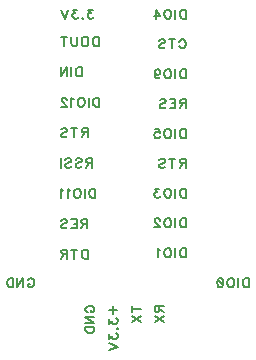
<source format=gbo>
G04 DipTrace 3.2.0.1*
G04 xbee_jst_opl.gbo*
%MOIN*%
G04 #@! TF.FileFunction,Legend,Bot*
G04 #@! TF.Part,Single*
%ADD47C,0.007*%
%FSLAX26Y26*%
G04*
G70*
G90*
G75*
G01*
G04 BotSilk*
%LPD*%
X818526Y1685809D2*
D47*
X802774D1*
X811363Y1674335D1*
X807052D1*
X804200Y1672909D1*
X802774Y1671483D1*
X801315Y1667172D1*
Y1664320D1*
X802774Y1660009D1*
X805626Y1657124D1*
X809937Y1655698D1*
X814248D1*
X818526Y1657124D1*
X819952Y1658583D1*
X821411Y1661435D1*
X785889Y1658583D2*
X787315Y1657124D1*
X785889Y1655698D1*
X784430Y1657124D1*
X785889Y1658583D1*
X767545Y1685809D2*
X751793D1*
X760382Y1674335D1*
X756071D1*
X753219Y1672909D1*
X751793Y1671483D1*
X750334Y1667172D1*
Y1664320D1*
X751793Y1660009D1*
X754645Y1657124D1*
X758956Y1655698D1*
X763267D1*
X767545Y1657124D1*
X768971Y1658583D1*
X770430Y1661435D1*
X736334Y1685842D2*
X724860Y1655698D1*
X713386Y1685842D1*
X838622Y1594591D2*
Y1564447D1*
X828574D1*
X824263Y1565906D1*
X821378Y1568758D1*
X819952Y1571643D1*
X818526Y1575921D1*
Y1583117D1*
X819952Y1587428D1*
X821378Y1590280D1*
X824263Y1593165D1*
X828574Y1594591D1*
X838622D1*
X795904D2*
X798789Y1593165D1*
X801641Y1590280D1*
X803100Y1587428D1*
X804526Y1583117D1*
Y1575921D1*
X803100Y1571643D1*
X801641Y1568758D1*
X798789Y1565906D1*
X795904Y1564447D1*
X790167D1*
X787315Y1565906D1*
X784430Y1568758D1*
X783004Y1571643D1*
X781578Y1575921D1*
Y1583117D1*
X783004Y1587428D1*
X784430Y1590280D1*
X787315Y1593165D1*
X790167Y1594591D1*
X795904D1*
X767578D2*
Y1573069D1*
X766152Y1568758D1*
X763267Y1565906D1*
X758956Y1564447D1*
X756104D1*
X751793Y1565906D1*
X748908Y1568758D1*
X747482Y1573069D1*
Y1594591D1*
X723434D2*
Y1564447D1*
X733482Y1594591D2*
X713386D1*
X781578Y1493342D2*
Y1463198D1*
X771530D1*
X767219Y1464657D1*
X764334Y1467509D1*
X762908Y1470394D1*
X761482Y1474672D1*
Y1481868D1*
X762908Y1486179D1*
X764334Y1489031D1*
X767219Y1491916D1*
X771530Y1493342D1*
X781578D1*
X747482D2*
Y1463198D1*
X713386Y1493342D2*
Y1463198D1*
X733482Y1493342D1*
Y1463198D1*
X839722Y1392091D2*
Y1361947D1*
X829674D1*
X825363Y1363406D1*
X822478Y1366258D1*
X821052Y1369143D1*
X819626Y1373421D1*
Y1380617D1*
X821052Y1384928D1*
X822478Y1387780D1*
X825363Y1390665D1*
X829674Y1392091D1*
X839722D1*
X805626D2*
Y1361947D1*
X783004Y1392091D2*
X785889Y1390665D1*
X788741Y1387780D1*
X790200Y1384928D1*
X791626Y1380617D1*
Y1373421D1*
X790200Y1369143D1*
X788741Y1366258D1*
X785889Y1363406D1*
X783004Y1361947D1*
X777267D1*
X774415Y1363406D1*
X771530Y1366258D1*
X770104Y1369143D1*
X768678Y1373421D1*
Y1380617D1*
X770104Y1384928D1*
X771530Y1387780D1*
X774415Y1390665D1*
X777267Y1392091D1*
X783004D1*
X754678Y1386321D2*
X751793Y1387780D1*
X747482Y1392058D1*
Y1361947D1*
X732023Y1384895D2*
Y1386321D1*
X730597Y1389206D1*
X729171Y1390632D1*
X726286Y1392058D1*
X720549D1*
X717697Y1390632D1*
X716271Y1389206D1*
X714812Y1386321D1*
Y1383469D1*
X716271Y1380584D1*
X719123Y1376306D1*
X733482Y1361947D1*
X713386D1*
X801674Y1276483D2*
X788774D1*
X784463Y1277942D1*
X783004Y1279368D1*
X781578Y1282220D1*
Y1285105D1*
X783004Y1287957D1*
X784463Y1289416D1*
X788774Y1290842D1*
X801674D1*
Y1260698D1*
X791626Y1276483D2*
X781578Y1260698D1*
X757530Y1290842D2*
Y1260698D1*
X767578Y1290842D2*
X747482D1*
X713386Y1286531D2*
X716238Y1289416D1*
X720549Y1290842D1*
X726286D1*
X730597Y1289416D1*
X733482Y1286531D1*
Y1283679D1*
X732023Y1280794D1*
X730597Y1279368D1*
X727745Y1277942D1*
X719123Y1275057D1*
X716238Y1273631D1*
X714812Y1272172D1*
X713386Y1269320D1*
Y1265009D1*
X716238Y1262157D1*
X720549Y1260698D1*
X726286D1*
X730597Y1262157D1*
X733482Y1265009D1*
X815674Y1175232D2*
X802774D1*
X798463Y1176691D1*
X797004Y1178117D1*
X795578Y1180969D1*
Y1183854D1*
X797004Y1186706D1*
X798463Y1188165D1*
X802774Y1189591D1*
X815674D1*
Y1159447D1*
X805626Y1175232D2*
X795578Y1159447D1*
X761482Y1185280D2*
X764334Y1188165D1*
X768645Y1189591D1*
X774382D1*
X778693Y1188165D1*
X781578Y1185280D1*
Y1182428D1*
X780119Y1179543D1*
X778693Y1178117D1*
X775841Y1176691D1*
X767219Y1173806D1*
X764334Y1172380D1*
X762908Y1170921D1*
X761482Y1168069D1*
Y1163758D1*
X764334Y1160906D1*
X768645Y1159447D1*
X774382D1*
X778693Y1160906D1*
X781578Y1163758D1*
X727386Y1185280D2*
X730238Y1188165D1*
X734549Y1189591D1*
X740286D1*
X744597Y1188165D1*
X747482Y1185280D1*
Y1182428D1*
X746023Y1179543D1*
X744597Y1178117D1*
X741745Y1176691D1*
X733123Y1173806D1*
X730238Y1172380D1*
X728812Y1170921D1*
X727386Y1168069D1*
Y1163758D1*
X730238Y1160906D1*
X734549Y1159447D1*
X740286D1*
X744597Y1160906D1*
X747482Y1163758D1*
X713386Y1189591D2*
Y1159447D1*
X826822Y1088342D2*
Y1058198D1*
X816774D1*
X812463Y1059657D1*
X809578Y1062509D1*
X808152Y1065394D1*
X806726Y1069672D1*
Y1076868D1*
X808152Y1081179D1*
X809578Y1084031D1*
X812463Y1086916D1*
X816774Y1088342D1*
X826822D1*
X792726D2*
Y1058198D1*
X770104Y1088342D2*
X772989Y1086916D1*
X775841Y1084031D1*
X777300Y1081179D1*
X778726Y1076868D1*
Y1069672D1*
X777300Y1065394D1*
X775841Y1062509D1*
X772989Y1059657D1*
X770104Y1058198D1*
X764367D1*
X761515Y1059657D1*
X758630Y1062509D1*
X757204Y1065394D1*
X755778Y1069672D1*
Y1076868D1*
X757204Y1081179D1*
X758630Y1084031D1*
X761515Y1086916D1*
X764367Y1088342D1*
X770104D1*
X741778Y1082572D2*
X738893Y1084031D1*
X734582Y1088309D1*
Y1058198D1*
X720582Y1082572D2*
X717697Y1084031D1*
X713386Y1088309D1*
Y1058198D1*
X800215Y972732D2*
X787315D1*
X783004Y974191D1*
X781545Y975617D1*
X780119Y978469D1*
Y981354D1*
X781545Y984206D1*
X783004Y985665D1*
X787315Y987091D1*
X800215D1*
Y956947D1*
X790167Y972732D2*
X780119Y956947D1*
X747482Y987091D2*
X766119D1*
Y956947D1*
X747482D1*
X766119Y972732D2*
X754645D1*
X713386Y982780D2*
X716238Y985665D1*
X720549Y987091D1*
X726286D1*
X730597Y985665D1*
X733482Y982780D1*
Y979928D1*
X732023Y977043D1*
X730597Y975617D1*
X727745Y974191D1*
X719123Y971306D1*
X716238Y969880D1*
X714812Y968421D1*
X713386Y965569D1*
Y961258D1*
X716238Y958406D1*
X720549Y956947D1*
X726286D1*
X730597Y958406D1*
X733482Y961258D1*
X801674Y885842D2*
Y855698D1*
X791626D1*
X787315Y857157D1*
X784430Y860009D1*
X783004Y862894D1*
X781578Y867172D1*
Y874368D1*
X783004Y878679D1*
X784430Y881531D1*
X787315Y884416D1*
X791626Y885842D1*
X801674D1*
X757530D2*
Y855698D1*
X767578Y885842D2*
X747482D1*
X733482Y871483D2*
X720582D1*
X716271Y872942D1*
X714812Y874368D1*
X713386Y877220D1*
Y880105D1*
X714812Y882957D1*
X716271Y884416D1*
X720582Y885842D1*
X733482D1*
Y855698D1*
X723434Y871483D2*
X713386Y855698D1*
X601578Y783679D2*
X603004Y786531D1*
X605889Y789416D1*
X608741Y790842D1*
X614478D1*
X617363Y789416D1*
X620215Y786531D1*
X621674Y783679D1*
X623100Y779368D1*
Y772172D1*
X621674Y767894D1*
X620215Y765009D1*
X617363Y762157D1*
X614478Y760698D1*
X608741D1*
X605889Y762157D1*
X603004Y765009D1*
X601578Y767894D1*
Y772172D1*
X608741D1*
X567482Y790842D2*
Y760698D1*
X587578Y790842D1*
Y760698D1*
X553482Y790842D2*
Y760698D1*
X543434D1*
X539123Y762157D1*
X536238Y765009D1*
X534812Y767894D1*
X533386Y772172D1*
Y779368D1*
X534812Y783679D1*
X536238Y786531D1*
X539123Y789416D1*
X543434Y790842D1*
X553482D1*
X1128525Y1685842D2*
Y1655698D1*
X1118477D1*
X1114166Y1657157D1*
X1111281Y1660009D1*
X1109855Y1662894D1*
X1108429Y1667172D1*
Y1674368D1*
X1109855Y1678679D1*
X1111281Y1681531D1*
X1114166Y1684416D1*
X1118477Y1685842D1*
X1128525D1*
X1094429D2*
Y1655698D1*
X1071807Y1685842D2*
X1074692Y1684416D1*
X1077544Y1681531D1*
X1079003Y1678679D1*
X1080429Y1674368D1*
Y1667172D1*
X1079003Y1662894D1*
X1077544Y1660009D1*
X1074692Y1657157D1*
X1071807Y1655698D1*
X1066070D1*
X1063218Y1657157D1*
X1060333Y1660009D1*
X1058907Y1662894D1*
X1057481Y1667172D1*
Y1674368D1*
X1058907Y1678679D1*
X1060333Y1681531D1*
X1063218Y1684416D1*
X1066070Y1685842D1*
X1071807D1*
X1029122Y1655698D2*
Y1685809D1*
X1043481Y1665746D1*
X1021960D1*
X1107005Y1579234D2*
X1108431Y1582086D1*
X1111316Y1584971D1*
X1114167Y1586397D1*
X1119904D1*
X1122790Y1584971D1*
X1125641Y1582086D1*
X1127101Y1579234D1*
X1128527Y1574923D1*
Y1567727D1*
X1127101Y1563449D1*
X1125641Y1560564D1*
X1122790Y1557712D1*
X1119904Y1556253D1*
X1114167D1*
X1111316Y1557712D1*
X1108431Y1560564D1*
X1107005Y1563449D1*
X1082957Y1586397D2*
Y1556253D1*
X1093005Y1586397D2*
X1072909D1*
X1038813Y1582086D2*
X1041664Y1584971D1*
X1045975Y1586397D1*
X1051712D1*
X1056023Y1584971D1*
X1058909Y1582086D1*
Y1579234D1*
X1057449Y1576349D1*
X1056023Y1574923D1*
X1053172Y1573497D1*
X1044550Y1570612D1*
X1041664Y1569186D1*
X1040239Y1567727D1*
X1038813Y1564875D1*
Y1560564D1*
X1041664Y1557712D1*
X1045975Y1556253D1*
X1051712D1*
X1056023Y1557712D1*
X1058909Y1560564D1*
X1128527Y1486953D2*
Y1456809D1*
X1118479D1*
X1114167Y1458268D1*
X1111282Y1461120D1*
X1109856Y1464005D1*
X1108431Y1468283D1*
Y1475479D1*
X1109856Y1479790D1*
X1111282Y1482642D1*
X1114167Y1485527D1*
X1118479Y1486953D1*
X1128527D1*
X1094431D2*
Y1456809D1*
X1071808Y1486953D2*
X1074694Y1485527D1*
X1077545Y1482642D1*
X1079005Y1479790D1*
X1080431Y1475479D1*
Y1468283D1*
X1079005Y1464005D1*
X1077545Y1461120D1*
X1074694Y1458268D1*
X1071808Y1456809D1*
X1066071D1*
X1063220Y1458268D1*
X1060335Y1461120D1*
X1058909Y1464005D1*
X1057483Y1468283D1*
Y1475479D1*
X1058909Y1479790D1*
X1060335Y1482642D1*
X1063220Y1485527D1*
X1066071Y1486953D1*
X1071808D1*
X1024813Y1476905D2*
X1026272Y1472594D1*
X1029124Y1469709D1*
X1033435Y1468283D1*
X1034861D1*
X1039172Y1469709D1*
X1042023Y1472594D1*
X1043483Y1476905D1*
Y1478331D1*
X1042023Y1482642D1*
X1039172Y1485494D1*
X1034861Y1486920D1*
X1033435D1*
X1029124Y1485494D1*
X1026272Y1482642D1*
X1024813Y1476905D1*
Y1469709D1*
X1026272Y1462546D1*
X1029124Y1458235D1*
X1033435Y1456809D1*
X1036287D1*
X1040598Y1458235D1*
X1042023Y1461120D1*
X1128526Y1373149D2*
X1115626D1*
X1111315Y1374608D1*
X1109856Y1376034D1*
X1108430Y1378886D1*
Y1381771D1*
X1109856Y1384623D1*
X1111315Y1386082D1*
X1115626Y1387508D1*
X1128526D1*
Y1357364D1*
X1118478Y1373149D2*
X1108430Y1357364D1*
X1075793Y1387508D2*
X1094430D1*
Y1357364D1*
X1075793D1*
X1094430Y1373149D2*
X1082956D1*
X1041697Y1383197D2*
X1044549Y1386082D1*
X1048860Y1387508D1*
X1054597D1*
X1058908Y1386082D1*
X1061793Y1383197D1*
Y1380345D1*
X1060334Y1377460D1*
X1058908Y1376034D1*
X1056056Y1374608D1*
X1047434Y1371723D1*
X1044549Y1370297D1*
X1043123Y1368838D1*
X1041697Y1365986D1*
Y1361675D1*
X1044549Y1358823D1*
X1048860Y1357364D1*
X1054597D1*
X1058908Y1358823D1*
X1061793Y1361675D1*
X1128526Y1288063D2*
Y1257919D1*
X1118478D1*
X1114167Y1259379D1*
X1111282Y1262230D1*
X1109856Y1265116D1*
X1108430Y1269393D1*
Y1276590D1*
X1109856Y1280901D1*
X1111282Y1283752D1*
X1114167Y1286638D1*
X1118478Y1288063D1*
X1128526D1*
X1094430D2*
Y1257919D1*
X1071808Y1288063D2*
X1074693Y1286638D1*
X1077545Y1283752D1*
X1079004Y1280901D1*
X1080430Y1276590D1*
Y1269393D1*
X1079004Y1265116D1*
X1077545Y1262230D1*
X1074693Y1259379D1*
X1071808Y1257919D1*
X1066071D1*
X1063219Y1259379D1*
X1060334Y1262230D1*
X1058908Y1265116D1*
X1057482Y1269393D1*
Y1276590D1*
X1058908Y1280901D1*
X1060334Y1283752D1*
X1063219Y1286638D1*
X1066071Y1288063D1*
X1071808D1*
X1026271Y1288030D2*
X1040597D1*
X1042023Y1275130D1*
X1040597Y1276556D1*
X1036286Y1278015D1*
X1032008D1*
X1027697Y1276556D1*
X1024812Y1273704D1*
X1023386Y1269393D1*
Y1266542D1*
X1024812Y1262230D1*
X1027697Y1259345D1*
X1032008Y1257919D1*
X1036286D1*
X1040597Y1259345D1*
X1042023Y1260805D1*
X1043482Y1263656D1*
X1128526Y1174261D2*
X1115626D1*
X1111315Y1175720D1*
X1109856Y1177146D1*
X1108430Y1179998D1*
Y1182883D1*
X1109856Y1185735D1*
X1111315Y1187194D1*
X1115626Y1188620D1*
X1128526D1*
Y1158476D1*
X1118478Y1174261D2*
X1108430Y1158476D1*
X1084382Y1188620D2*
Y1158476D1*
X1094430Y1188620D2*
X1074334D1*
X1040238Y1184309D2*
X1043090Y1187194D1*
X1047401Y1188620D1*
X1053138D1*
X1057449Y1187194D1*
X1060334Y1184309D1*
Y1181457D1*
X1058875Y1178572D1*
X1057449Y1177146D1*
X1054597Y1175720D1*
X1045975Y1172835D1*
X1043090Y1171409D1*
X1041664Y1169950D1*
X1040238Y1167098D1*
Y1162787D1*
X1043090Y1159935D1*
X1047401Y1158476D1*
X1053138D1*
X1057449Y1159935D1*
X1060334Y1162787D1*
X1128526Y1089175D2*
Y1059031D1*
X1118478D1*
X1114167Y1060490D1*
X1111282Y1063342D1*
X1109856Y1066227D1*
X1108430Y1070505D1*
Y1077701D1*
X1109856Y1082012D1*
X1111282Y1084864D1*
X1114167Y1087749D1*
X1118478Y1089175D1*
X1128526D1*
X1094430D2*
Y1059031D1*
X1071808Y1089175D2*
X1074693Y1087749D1*
X1077545Y1084864D1*
X1079004Y1082012D1*
X1080430Y1077701D1*
Y1070505D1*
X1079004Y1066227D1*
X1077545Y1063342D1*
X1074693Y1060490D1*
X1071808Y1059031D1*
X1066071D1*
X1063219Y1060490D1*
X1060334Y1063342D1*
X1058908Y1066227D1*
X1057482Y1070505D1*
Y1077701D1*
X1058908Y1082012D1*
X1060334Y1084864D1*
X1063219Y1087749D1*
X1066071Y1089175D1*
X1071808D1*
X1040597Y1089142D2*
X1024845D1*
X1033434Y1077668D1*
X1029123D1*
X1026271Y1076242D1*
X1024845Y1074816D1*
X1023386Y1070505D1*
Y1067653D1*
X1024845Y1063342D1*
X1027697Y1060457D1*
X1032008Y1059031D1*
X1036319D1*
X1040597Y1060457D1*
X1042023Y1061916D1*
X1043482Y1064768D1*
X1128526Y989730D2*
Y959586D1*
X1118478D1*
X1114167Y961045D1*
X1111282Y963897D1*
X1109856Y966782D1*
X1108430Y971060D1*
Y978256D1*
X1109856Y982567D1*
X1111282Y985419D1*
X1114167Y988304D1*
X1118478Y989730D1*
X1128526D1*
X1094430D2*
Y959586D1*
X1071808Y989730D2*
X1074693Y988304D1*
X1077545Y985419D1*
X1079004Y982567D1*
X1080430Y978256D1*
Y971060D1*
X1079004Y966782D1*
X1077545Y963897D1*
X1074693Y961045D1*
X1071808Y959586D1*
X1066071D1*
X1063219Y961045D1*
X1060334Y963897D1*
X1058908Y966782D1*
X1057482Y971060D1*
Y978256D1*
X1058908Y982567D1*
X1060334Y985419D1*
X1063219Y988304D1*
X1066071Y989730D1*
X1071808D1*
X1042023Y982534D2*
Y983960D1*
X1040597Y986845D1*
X1039171Y988271D1*
X1036286Y989697D1*
X1030549D1*
X1027697Y988271D1*
X1026271Y986845D1*
X1024812Y983960D1*
Y981108D1*
X1026271Y978223D1*
X1029123Y973945D1*
X1043482Y959586D1*
X1023386D1*
X1128526Y890287D2*
Y860143D1*
X1118478D1*
X1114167Y861602D1*
X1111282Y864454D1*
X1109856Y867339D1*
X1108430Y871617D1*
Y878813D1*
X1109856Y883124D1*
X1111282Y885976D1*
X1114167Y888861D1*
X1118478Y890287D1*
X1128526D1*
X1094430D2*
Y860143D1*
X1071808Y890287D2*
X1074693Y888861D1*
X1077545Y885976D1*
X1079004Y883124D1*
X1080430Y878813D1*
Y871617D1*
X1079004Y867339D1*
X1077545Y864454D1*
X1074693Y861602D1*
X1071808Y860143D1*
X1066071D1*
X1063219Y861602D1*
X1060334Y864454D1*
X1058908Y867339D1*
X1057482Y871617D1*
Y878813D1*
X1058908Y883124D1*
X1060334Y885976D1*
X1063219Y888861D1*
X1066071Y890287D1*
X1071808D1*
X1043482Y884516D2*
X1040597Y885976D1*
X1036286Y890253D1*
Y860143D1*
X1338526Y790842D2*
Y760698D1*
X1328478D1*
X1324167Y762157D1*
X1321282Y765009D1*
X1319856Y767894D1*
X1318430Y772172D1*
Y779368D1*
X1319856Y783679D1*
X1321282Y786531D1*
X1324167Y789416D1*
X1328478Y790842D1*
X1338526D1*
X1304430D2*
Y760698D1*
X1281808Y790842D2*
X1284693Y789416D1*
X1287545Y786531D1*
X1289004Y783679D1*
X1290430Y779368D1*
Y772172D1*
X1289004Y767894D1*
X1287545Y765009D1*
X1284693Y762157D1*
X1281808Y760698D1*
X1276071D1*
X1273219Y762157D1*
X1270334Y765009D1*
X1268908Y767894D1*
X1267482Y772172D1*
Y779368D1*
X1268908Y783679D1*
X1270334Y786531D1*
X1273219Y789416D1*
X1276071Y790842D1*
X1281808D1*
X1244860Y790809D2*
X1249171Y789383D1*
X1252056Y785072D1*
X1253482Y777909D1*
Y773598D1*
X1252056Y766435D1*
X1249171Y762124D1*
X1244860Y760698D1*
X1242008D1*
X1237697Y762124D1*
X1234845Y766435D1*
X1233386Y773598D1*
Y777909D1*
X1234845Y785072D1*
X1237697Y789383D1*
X1242008Y790809D1*
X1244860D1*
X1234845Y785072D2*
X1252056Y766435D1*
X1039961Y697839D2*
Y684939D1*
X1038502Y680628D1*
X1037076Y679169D1*
X1034224Y677743D1*
X1031339D1*
X1028487Y679169D1*
X1027028Y680628D1*
X1025602Y684939D1*
Y697839D1*
X1055746D1*
X1039961Y687791D2*
X1055746Y677743D1*
X1025602Y663743D2*
X1055746Y643647D1*
X1025602D2*
X1055746Y663743D1*
X948444Y687791D2*
X978588D1*
X948444Y697839D2*
Y677743D1*
Y663743D2*
X978588Y643647D1*
X948444D2*
X978588Y663743D1*
X873456Y684939D2*
X899289D1*
X886389Y697838D2*
Y672006D1*
X871317Y655120D2*
Y639369D1*
X882791Y647958D1*
Y643646D1*
X884217Y640795D1*
X885642Y639369D1*
X889954Y637910D1*
X892805D1*
X897116Y639369D1*
X900001Y642221D1*
X901427Y646532D1*
Y650843D1*
X900001Y655120D1*
X898542Y656546D1*
X895690Y658006D1*
X898542Y622484D2*
X900001Y623910D1*
X901427Y622484D1*
X900001Y621024D1*
X898542Y622484D1*
X871317Y604139D2*
Y588388D1*
X882791Y596976D1*
Y592665D1*
X884217Y589814D1*
X885643Y588388D1*
X889954Y586928D1*
X892805D1*
X897116Y588388D1*
X900002Y591239D1*
X901427Y595550D1*
Y599862D1*
X900002Y604139D1*
X898542Y605565D1*
X895690Y607024D1*
X871283Y572929D2*
X901427Y561455D1*
X871283Y549981D1*
X801288Y676317D2*
X798436Y677743D1*
X795551Y680628D1*
X794125Y683480D1*
Y689217D1*
X795551Y692102D1*
X798436Y694954D1*
X801288Y696413D1*
X805599Y697839D1*
X812795D1*
X817073Y696413D1*
X819958Y694954D1*
X822810Y692102D1*
X824269Y689217D1*
Y683480D1*
X822810Y680628D1*
X819958Y677743D1*
X817073Y676317D1*
X812795D1*
Y683480D1*
X794125Y642221D2*
X824269D1*
X794125Y662317D1*
X824269D1*
X794125Y628221D2*
X824269D1*
Y618173D1*
X822810Y613862D1*
X819958Y610977D1*
X817073Y609551D1*
X812795Y608125D1*
X805599D1*
X801288Y609551D1*
X798436Y610977D1*
X795551Y613862D1*
X794125Y618173D1*
Y628221D1*
M02*

</source>
